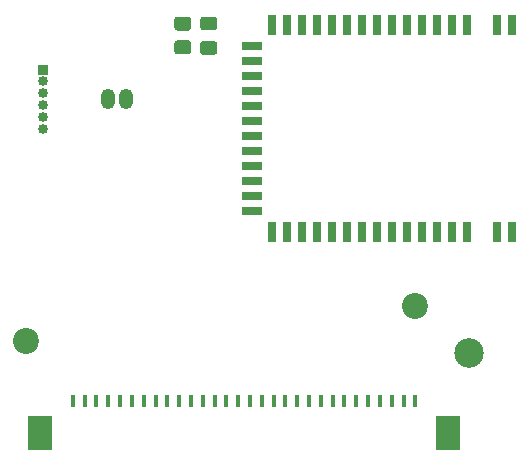
<source format=gbr>
G04 #@! TF.GenerationSoftware,KiCad,Pcbnew,5.1.8*
G04 #@! TF.CreationDate,2020-11-29T11:20:09+01:00*
G04 #@! TF.ProjectId,mssculpt,6d737363-756c-4707-942e-6b696361645f,rev?*
G04 #@! TF.SameCoordinates,Original*
G04 #@! TF.FileFunction,Soldermask,Top*
G04 #@! TF.FilePolarity,Negative*
%FSLAX46Y46*%
G04 Gerber Fmt 4.6, Leading zero omitted, Abs format (unit mm)*
G04 Created by KiCad (PCBNEW 5.1.8) date 2020-11-29 11:20:09*
%MOMM*%
%LPD*%
G01*
G04 APERTURE LIST*
%ADD10O,1.200000X1.750000*%
%ADD11R,0.700000X1.800000*%
%ADD12R,1.800000X0.700000*%
%ADD13C,2.500000*%
%ADD14C,2.200000*%
%ADD15R,0.850000X0.850000*%
%ADD16O,0.850000X0.850000*%
%ADD17R,2.000000X3.000000*%
%ADD18R,0.400000X1.000000*%
G04 APERTURE END LIST*
D10*
X162500000Y-88500000D03*
X164000000Y-88500000D03*
D11*
X196720000Y-82250000D03*
X195450000Y-82250000D03*
X192910000Y-82250000D03*
X191640000Y-82250000D03*
X190370000Y-82250000D03*
X189100000Y-82250000D03*
X187830000Y-82250000D03*
X186560000Y-82250000D03*
X185290000Y-82250000D03*
X184020000Y-82250000D03*
X182750000Y-82250000D03*
X181480000Y-82250000D03*
X180210000Y-82250000D03*
X178940000Y-82250000D03*
X177670000Y-82250000D03*
X176400000Y-82250000D03*
D12*
X174650000Y-84015000D03*
X174650000Y-85285000D03*
X174650000Y-86555000D03*
X174650000Y-87825000D03*
X174650000Y-89095000D03*
X174650000Y-90365000D03*
X174650000Y-91635000D03*
X174650000Y-92905000D03*
X174650000Y-94175000D03*
X174650000Y-95445000D03*
X174650000Y-96715000D03*
X174650000Y-97985000D03*
D11*
X176400000Y-99750000D03*
X177670000Y-99750000D03*
X178940000Y-99750000D03*
X180210000Y-99750000D03*
X181480000Y-99750000D03*
X182750000Y-99750000D03*
X184020000Y-99750000D03*
X185290000Y-99750000D03*
X186560000Y-99750000D03*
X187830000Y-99750000D03*
X189100000Y-99750000D03*
X190370000Y-99750000D03*
X191640000Y-99750000D03*
X192910000Y-99750000D03*
X195450000Y-99750000D03*
X196720000Y-99750000D03*
D13*
X193000000Y-110000000D03*
D14*
X188500000Y-106000000D03*
X155500000Y-109000000D03*
D15*
X157000000Y-86000000D03*
D16*
X157000000Y-87000000D03*
X157000000Y-88000000D03*
X157000000Y-89000000D03*
X157000000Y-90000000D03*
X157000000Y-91000000D03*
D17*
X156700000Y-116790000D03*
X191300000Y-116790000D03*
D18*
X159500000Y-114090000D03*
X160500000Y-114090000D03*
X161500000Y-114090000D03*
X162500000Y-114090000D03*
X163500000Y-114090000D03*
X164500000Y-114090000D03*
X165500000Y-114090000D03*
X166500000Y-114090000D03*
X167500000Y-114090000D03*
X168500000Y-114090000D03*
X169500000Y-114090000D03*
X170500000Y-114090000D03*
X171500000Y-114090000D03*
X172500000Y-114090000D03*
X173500000Y-114090000D03*
X174500000Y-114090000D03*
X175500000Y-114090000D03*
X176500000Y-114090000D03*
X177500000Y-114090000D03*
X178500000Y-114090000D03*
X179500000Y-114090000D03*
X180500000Y-114090000D03*
X181500000Y-114090000D03*
X182500000Y-114090000D03*
X183500000Y-114090000D03*
X184500000Y-114090000D03*
X185500000Y-114090000D03*
X186500000Y-114090000D03*
X187500000Y-114090000D03*
X188500000Y-114090000D03*
G36*
G01*
X170525000Y-81512500D02*
X171475000Y-81512500D01*
G75*
G02*
X171725000Y-81762500I0J-250000D01*
G01*
X171725000Y-82437500D01*
G75*
G02*
X171475000Y-82687500I-250000J0D01*
G01*
X170525000Y-82687500D01*
G75*
G02*
X170275000Y-82437500I0J250000D01*
G01*
X170275000Y-81762500D01*
G75*
G02*
X170525000Y-81512500I250000J0D01*
G01*
G37*
G36*
G01*
X170525000Y-83587500D02*
X171475000Y-83587500D01*
G75*
G02*
X171725000Y-83837500I0J-250000D01*
G01*
X171725000Y-84512500D01*
G75*
G02*
X171475000Y-84762500I-250000J0D01*
G01*
X170525000Y-84762500D01*
G75*
G02*
X170275000Y-84512500I0J250000D01*
G01*
X170275000Y-83837500D01*
G75*
G02*
X170525000Y-83587500I250000J0D01*
G01*
G37*
G36*
G01*
X168349999Y-81512500D02*
X169250001Y-81512500D01*
G75*
G02*
X169500000Y-81762499I0J-249999D01*
G01*
X169500000Y-82462501D01*
G75*
G02*
X169250001Y-82712500I-249999J0D01*
G01*
X168349999Y-82712500D01*
G75*
G02*
X168100000Y-82462501I0J249999D01*
G01*
X168100000Y-81762499D01*
G75*
G02*
X168349999Y-81512500I249999J0D01*
G01*
G37*
G36*
G01*
X168349999Y-83512500D02*
X169250001Y-83512500D01*
G75*
G02*
X169500000Y-83762499I0J-249999D01*
G01*
X169500000Y-84462501D01*
G75*
G02*
X169250001Y-84712500I-249999J0D01*
G01*
X168349999Y-84712500D01*
G75*
G02*
X168100000Y-84462501I0J249999D01*
G01*
X168100000Y-83762499D01*
G75*
G02*
X168349999Y-83512500I249999J0D01*
G01*
G37*
M02*

</source>
